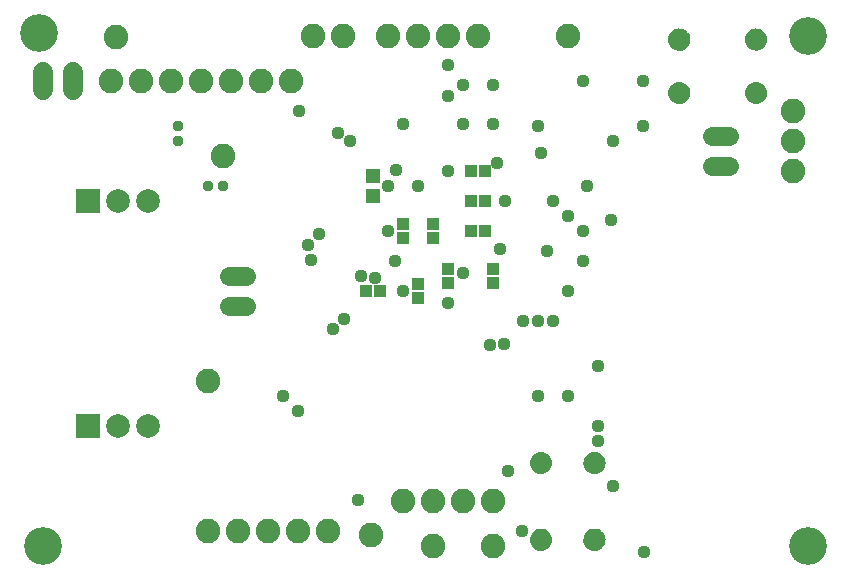
<source format=gbr>
G04 EAGLE Gerber RS-274X export*
G75*
%MOMM*%
%FSLAX34Y34*%
%LPD*%
%INSoldermask Bottom*%
%IPPOS*%
%AMOC8*
5,1,8,0,0,1.08239X$1,22.5*%
G01*
%ADD10C,3.203200*%
%ADD11R,1.103200X1.053200*%
%ADD12R,1.053200X1.103200*%
%ADD13R,1.203200X1.303200*%
%ADD14C,1.625600*%
%ADD15C,1.727200*%
%ADD16C,2.082800*%
%ADD17R,2.003200X2.003200*%
%ADD18C,2.003200*%
%ADD19C,0.959600*%
%ADD20C,1.117600*%

G36*
X769174Y572013D02*
X769174Y572013D01*
X769195Y572011D01*
X770886Y572163D01*
X770932Y572176D01*
X771008Y572186D01*
X772637Y572665D01*
X772665Y572679D01*
X772686Y572683D01*
X772711Y572697D01*
X772752Y572712D01*
X774256Y573499D01*
X774295Y573528D01*
X774360Y573567D01*
X775682Y574633D01*
X775714Y574669D01*
X775771Y574720D01*
X776860Y576023D01*
X776883Y576064D01*
X776930Y576125D01*
X777743Y577616D01*
X777758Y577661D01*
X777792Y577730D01*
X778299Y579350D01*
X778305Y579398D01*
X778324Y579472D01*
X778505Y581155D01*
X778530Y581353D01*
X778527Y581404D01*
X778531Y581495D01*
X778358Y583204D01*
X778345Y583250D01*
X778333Y583326D01*
X777830Y584968D01*
X777808Y585011D01*
X777782Y585083D01*
X776968Y586596D01*
X776938Y586633D01*
X776898Y586699D01*
X775805Y588023D01*
X775768Y588055D01*
X775717Y588111D01*
X774386Y589197D01*
X774343Y589220D01*
X774282Y589266D01*
X772765Y590071D01*
X772719Y590086D01*
X772650Y590118D01*
X771797Y590374D01*
X771004Y590612D01*
X770957Y590618D01*
X770882Y590636D01*
X769295Y590788D01*
X769278Y590795D01*
X769184Y590836D01*
X769174Y590836D01*
X769166Y590840D01*
X768979Y590851D01*
X767300Y590698D01*
X767253Y590685D01*
X767178Y590675D01*
X765561Y590197D01*
X765518Y590176D01*
X765446Y590151D01*
X763954Y589367D01*
X763916Y589337D01*
X763850Y589299D01*
X762539Y588239D01*
X762508Y588203D01*
X762451Y588152D01*
X761372Y586857D01*
X761348Y586815D01*
X761302Y586754D01*
X760496Y585273D01*
X760481Y585228D01*
X760448Y585159D01*
X759947Y583550D01*
X759941Y583502D01*
X759922Y583428D01*
X759747Y581775D01*
X759700Y581519D01*
X759700Y581497D01*
X759693Y581337D01*
X759878Y579620D01*
X759891Y579573D01*
X759903Y579498D01*
X760419Y577849D01*
X760441Y577806D01*
X760467Y577735D01*
X761295Y576218D01*
X761325Y576180D01*
X761365Y576115D01*
X762473Y574789D01*
X762509Y574758D01*
X762561Y574702D01*
X763906Y573618D01*
X763948Y573595D01*
X764010Y573549D01*
X765541Y572748D01*
X765587Y572734D01*
X765656Y572702D01*
X767313Y572214D01*
X767361Y572209D01*
X767436Y572191D01*
X768904Y572059D01*
X768932Y572043D01*
X768971Y572037D01*
X769008Y572022D01*
X769104Y572017D01*
X769154Y572009D01*
X769174Y572013D01*
G37*
G36*
X704150Y571988D02*
X704150Y571988D01*
X704171Y571986D01*
X705862Y572138D01*
X705908Y572151D01*
X705984Y572161D01*
X707613Y572640D01*
X707641Y572654D01*
X707662Y572658D01*
X707687Y572672D01*
X707728Y572687D01*
X709232Y573474D01*
X709271Y573503D01*
X709336Y573542D01*
X710658Y574608D01*
X710690Y574644D01*
X710747Y574695D01*
X711836Y575998D01*
X711859Y576039D01*
X711906Y576100D01*
X712719Y577591D01*
X712734Y577636D01*
X712768Y577705D01*
X713275Y579325D01*
X713281Y579373D01*
X713300Y579447D01*
X713481Y581130D01*
X713506Y581328D01*
X713503Y581379D01*
X713507Y581470D01*
X713334Y583179D01*
X713321Y583225D01*
X713309Y583301D01*
X712806Y584943D01*
X712784Y584986D01*
X712758Y585058D01*
X711944Y586571D01*
X711914Y586608D01*
X711874Y586674D01*
X710781Y587998D01*
X710744Y588030D01*
X710693Y588086D01*
X709362Y589172D01*
X709319Y589195D01*
X709258Y589241D01*
X707741Y590046D01*
X707695Y590061D01*
X707626Y590093D01*
X706773Y590349D01*
X705980Y590587D01*
X705933Y590593D01*
X705858Y590611D01*
X704271Y590763D01*
X704254Y590770D01*
X704160Y590811D01*
X704150Y590811D01*
X704142Y590815D01*
X703955Y590826D01*
X702276Y590673D01*
X702229Y590660D01*
X702154Y590650D01*
X700537Y590172D01*
X700494Y590151D01*
X700422Y590126D01*
X698930Y589342D01*
X698892Y589312D01*
X698826Y589274D01*
X697515Y588214D01*
X697484Y588178D01*
X697427Y588127D01*
X696348Y586832D01*
X696324Y586790D01*
X696278Y586729D01*
X695472Y585248D01*
X695457Y585203D01*
X695424Y585134D01*
X694923Y583525D01*
X694917Y583477D01*
X694898Y583403D01*
X694723Y581750D01*
X694676Y581494D01*
X694676Y581472D01*
X694669Y581312D01*
X694854Y579595D01*
X694867Y579548D01*
X694879Y579473D01*
X695395Y577824D01*
X695417Y577781D01*
X695443Y577710D01*
X696271Y576193D01*
X696301Y576155D01*
X696341Y576090D01*
X697449Y574764D01*
X697485Y574733D01*
X697537Y574677D01*
X698882Y573593D01*
X698924Y573570D01*
X698986Y573524D01*
X700517Y572723D01*
X700563Y572709D01*
X700632Y572677D01*
X702289Y572189D01*
X702337Y572184D01*
X702412Y572166D01*
X703880Y572034D01*
X703908Y572018D01*
X703947Y572012D01*
X703984Y571997D01*
X704080Y571992D01*
X704130Y571984D01*
X704150Y571988D01*
G37*
G36*
X704150Y526750D02*
X704150Y526750D01*
X704171Y526748D01*
X705862Y526900D01*
X705908Y526913D01*
X705984Y526923D01*
X707613Y527402D01*
X707641Y527416D01*
X707662Y527420D01*
X707687Y527434D01*
X707728Y527449D01*
X709232Y528236D01*
X709271Y528265D01*
X709336Y528304D01*
X710658Y529370D01*
X710690Y529406D01*
X710747Y529457D01*
X711836Y530760D01*
X711859Y530801D01*
X711906Y530862D01*
X712719Y532353D01*
X712734Y532398D01*
X712768Y532467D01*
X713275Y534087D01*
X713281Y534135D01*
X713300Y534209D01*
X713481Y535892D01*
X713506Y536090D01*
X713503Y536141D01*
X713507Y536232D01*
X713334Y537941D01*
X713321Y537987D01*
X713309Y538063D01*
X712806Y539705D01*
X712784Y539748D01*
X712758Y539820D01*
X711944Y541333D01*
X711914Y541370D01*
X711874Y541436D01*
X710781Y542760D01*
X710744Y542792D01*
X710693Y542848D01*
X709362Y543934D01*
X709319Y543957D01*
X709258Y544003D01*
X707741Y544808D01*
X707695Y544823D01*
X707626Y544855D01*
X706773Y545111D01*
X705980Y545349D01*
X705933Y545355D01*
X705858Y545373D01*
X704271Y545525D01*
X704254Y545532D01*
X704160Y545573D01*
X704150Y545573D01*
X704142Y545577D01*
X703955Y545588D01*
X702276Y545435D01*
X702229Y545422D01*
X702154Y545412D01*
X700537Y544934D01*
X700494Y544913D01*
X700422Y544888D01*
X698930Y544104D01*
X698892Y544074D01*
X698826Y544036D01*
X697515Y542976D01*
X697484Y542940D01*
X697427Y542889D01*
X696348Y541594D01*
X696324Y541552D01*
X696278Y541491D01*
X695472Y540010D01*
X695457Y539965D01*
X695424Y539896D01*
X694923Y538287D01*
X694917Y538239D01*
X694898Y538165D01*
X694723Y536512D01*
X694676Y536256D01*
X694676Y536234D01*
X694669Y536074D01*
X694854Y534357D01*
X694867Y534310D01*
X694879Y534235D01*
X695395Y532586D01*
X695417Y532543D01*
X695443Y532472D01*
X696271Y530955D01*
X696301Y530917D01*
X696341Y530852D01*
X697449Y529526D01*
X697485Y529495D01*
X697537Y529439D01*
X698882Y528355D01*
X698924Y528332D01*
X698986Y528286D01*
X700517Y527485D01*
X700563Y527471D01*
X700632Y527439D01*
X702289Y526951D01*
X702337Y526946D01*
X702412Y526928D01*
X703880Y526796D01*
X703908Y526780D01*
X703947Y526774D01*
X703984Y526759D01*
X704080Y526754D01*
X704130Y526746D01*
X704150Y526750D01*
G37*
G36*
X769225Y526725D02*
X769225Y526725D01*
X769246Y526723D01*
X770937Y526875D01*
X770983Y526888D01*
X771059Y526898D01*
X772688Y527377D01*
X772716Y527391D01*
X772737Y527395D01*
X772762Y527409D01*
X772803Y527424D01*
X774307Y528211D01*
X774346Y528240D01*
X774411Y528279D01*
X775733Y529345D01*
X775765Y529381D01*
X775822Y529432D01*
X776911Y530735D01*
X776934Y530776D01*
X776981Y530837D01*
X777794Y532328D01*
X777809Y532373D01*
X777843Y532442D01*
X778350Y534062D01*
X778356Y534110D01*
X778375Y534184D01*
X778556Y535867D01*
X778581Y536065D01*
X778578Y536116D01*
X778582Y536207D01*
X778409Y537916D01*
X778396Y537962D01*
X778384Y538038D01*
X777881Y539680D01*
X777859Y539723D01*
X777833Y539795D01*
X777019Y541308D01*
X776989Y541345D01*
X776949Y541411D01*
X775856Y542735D01*
X775819Y542767D01*
X775768Y542823D01*
X774437Y543909D01*
X774394Y543932D01*
X774333Y543978D01*
X772816Y544783D01*
X772770Y544798D01*
X772701Y544830D01*
X771848Y545086D01*
X771055Y545324D01*
X771008Y545330D01*
X770933Y545348D01*
X769346Y545500D01*
X769329Y545507D01*
X769235Y545548D01*
X769225Y545548D01*
X769217Y545552D01*
X769030Y545563D01*
X767351Y545410D01*
X767304Y545397D01*
X767229Y545387D01*
X765612Y544909D01*
X765569Y544888D01*
X765497Y544863D01*
X764005Y544079D01*
X763967Y544049D01*
X763901Y544011D01*
X762590Y542951D01*
X762559Y542915D01*
X762502Y542864D01*
X761423Y541569D01*
X761399Y541527D01*
X761353Y541466D01*
X760547Y539985D01*
X760532Y539940D01*
X760499Y539871D01*
X759998Y538262D01*
X759992Y538214D01*
X759973Y538140D01*
X759798Y536487D01*
X759751Y536231D01*
X759751Y536209D01*
X759744Y536049D01*
X759929Y534332D01*
X759942Y534285D01*
X759954Y534210D01*
X760470Y532561D01*
X760492Y532518D01*
X760518Y532447D01*
X761346Y530930D01*
X761376Y530892D01*
X761416Y530827D01*
X762524Y529501D01*
X762560Y529470D01*
X762612Y529414D01*
X763957Y528330D01*
X763999Y528307D01*
X764061Y528261D01*
X765592Y527460D01*
X765638Y527446D01*
X765707Y527414D01*
X767364Y526926D01*
X767412Y526921D01*
X767487Y526903D01*
X768955Y526771D01*
X768983Y526755D01*
X769022Y526749D01*
X769059Y526734D01*
X769155Y526729D01*
X769205Y526721D01*
X769225Y526725D01*
G37*
G36*
X634069Y213829D02*
X634069Y213829D01*
X634115Y213842D01*
X634190Y213854D01*
X635839Y214370D01*
X635882Y214392D01*
X635953Y214418D01*
X637470Y215246D01*
X637508Y215276D01*
X637573Y215316D01*
X638899Y216424D01*
X638930Y216460D01*
X638986Y216512D01*
X640070Y217857D01*
X640093Y217899D01*
X640139Y217961D01*
X640940Y219492D01*
X640954Y219538D01*
X640986Y219607D01*
X641474Y221264D01*
X641479Y221312D01*
X641497Y221387D01*
X641629Y222855D01*
X641645Y222883D01*
X641651Y222922D01*
X641666Y222959D01*
X641671Y223055D01*
X641679Y223105D01*
X641676Y223125D01*
X641677Y223146D01*
X641525Y224837D01*
X641512Y224883D01*
X641502Y224959D01*
X641023Y226588D01*
X641002Y226631D01*
X640976Y226703D01*
X640189Y228207D01*
X640160Y228246D01*
X640121Y228311D01*
X639055Y229633D01*
X639019Y229665D01*
X638968Y229722D01*
X637665Y230811D01*
X637624Y230834D01*
X637563Y230881D01*
X636072Y231694D01*
X636027Y231709D01*
X635958Y231743D01*
X634338Y232250D01*
X634290Y232256D01*
X634216Y232275D01*
X632533Y232456D01*
X632335Y232481D01*
X632284Y232478D01*
X632193Y232482D01*
X630484Y232309D01*
X630438Y232296D01*
X630362Y232284D01*
X628720Y231781D01*
X628677Y231759D01*
X628605Y231733D01*
X627092Y230919D01*
X627055Y230889D01*
X626989Y230849D01*
X625665Y229756D01*
X625633Y229719D01*
X625577Y229668D01*
X624491Y228337D01*
X624468Y228294D01*
X624422Y228233D01*
X623617Y226716D01*
X623602Y226670D01*
X623570Y226601D01*
X623076Y224955D01*
X623070Y224908D01*
X623052Y224833D01*
X622900Y223246D01*
X622894Y223229D01*
X622852Y223135D01*
X622852Y223125D01*
X622848Y223117D01*
X622837Y222930D01*
X622990Y221251D01*
X623003Y221204D01*
X623013Y221129D01*
X623491Y219512D01*
X623512Y219469D01*
X623537Y219397D01*
X624321Y217905D01*
X624351Y217867D01*
X624389Y217801D01*
X625449Y216490D01*
X625485Y216459D01*
X625536Y216402D01*
X626831Y215323D01*
X626873Y215299D01*
X626934Y215253D01*
X628415Y214447D01*
X628460Y214432D01*
X628529Y214399D01*
X628839Y214303D01*
X630138Y213898D01*
X630186Y213892D01*
X630260Y213873D01*
X631913Y213698D01*
X632169Y213651D01*
X632191Y213651D01*
X632351Y213644D01*
X634069Y213829D01*
G37*
G36*
X588781Y213778D02*
X588781Y213778D01*
X588827Y213791D01*
X588902Y213803D01*
X590551Y214319D01*
X590594Y214341D01*
X590665Y214367D01*
X592182Y215195D01*
X592220Y215225D01*
X592285Y215265D01*
X593611Y216373D01*
X593642Y216409D01*
X593698Y216461D01*
X594782Y217806D01*
X594805Y217848D01*
X594851Y217910D01*
X595652Y219441D01*
X595666Y219487D01*
X595698Y219556D01*
X596186Y221213D01*
X596191Y221261D01*
X596209Y221336D01*
X596341Y222804D01*
X596357Y222832D01*
X596363Y222871D01*
X596378Y222908D01*
X596383Y223004D01*
X596391Y223054D01*
X596388Y223074D01*
X596389Y223095D01*
X596237Y224786D01*
X596224Y224832D01*
X596214Y224908D01*
X595735Y226537D01*
X595714Y226580D01*
X595688Y226652D01*
X594901Y228156D01*
X594872Y228195D01*
X594833Y228260D01*
X593767Y229582D01*
X593731Y229614D01*
X593680Y229671D01*
X592377Y230760D01*
X592336Y230783D01*
X592275Y230830D01*
X590784Y231643D01*
X590739Y231658D01*
X590670Y231692D01*
X589050Y232199D01*
X589002Y232205D01*
X588928Y232224D01*
X587245Y232405D01*
X587047Y232430D01*
X586996Y232427D01*
X586905Y232431D01*
X585196Y232258D01*
X585150Y232245D01*
X585074Y232233D01*
X583432Y231730D01*
X583389Y231708D01*
X583317Y231682D01*
X581804Y230868D01*
X581767Y230838D01*
X581701Y230798D01*
X580377Y229705D01*
X580345Y229668D01*
X580289Y229617D01*
X579203Y228286D01*
X579180Y228243D01*
X579134Y228182D01*
X578329Y226665D01*
X578314Y226619D01*
X578282Y226550D01*
X577788Y224904D01*
X577782Y224857D01*
X577764Y224782D01*
X577612Y223195D01*
X577606Y223178D01*
X577564Y223084D01*
X577564Y223074D01*
X577560Y223066D01*
X577549Y222879D01*
X577702Y221200D01*
X577715Y221153D01*
X577725Y221078D01*
X578203Y219461D01*
X578224Y219418D01*
X578249Y219346D01*
X579033Y217854D01*
X579063Y217816D01*
X579101Y217750D01*
X580161Y216439D01*
X580197Y216408D01*
X580248Y216351D01*
X581543Y215272D01*
X581585Y215248D01*
X581646Y215202D01*
X583127Y214396D01*
X583172Y214381D01*
X583241Y214348D01*
X583551Y214252D01*
X584850Y213847D01*
X584898Y213841D01*
X584972Y213822D01*
X586625Y213647D01*
X586881Y213600D01*
X586903Y213600D01*
X587063Y213593D01*
X588781Y213778D01*
G37*
G36*
X588806Y148754D02*
X588806Y148754D01*
X588852Y148767D01*
X588927Y148779D01*
X590576Y149295D01*
X590619Y149317D01*
X590690Y149343D01*
X592207Y150171D01*
X592245Y150201D01*
X592310Y150241D01*
X593636Y151349D01*
X593667Y151385D01*
X593723Y151437D01*
X594807Y152782D01*
X594830Y152824D01*
X594876Y152886D01*
X595677Y154417D01*
X595691Y154463D01*
X595723Y154532D01*
X596211Y156189D01*
X596216Y156237D01*
X596234Y156312D01*
X596366Y157780D01*
X596382Y157808D01*
X596388Y157847D01*
X596403Y157884D01*
X596408Y157980D01*
X596416Y158030D01*
X596413Y158050D01*
X596414Y158071D01*
X596262Y159762D01*
X596249Y159808D01*
X596239Y159884D01*
X595760Y161513D01*
X595739Y161556D01*
X595713Y161628D01*
X594926Y163132D01*
X594897Y163171D01*
X594858Y163236D01*
X593792Y164558D01*
X593756Y164590D01*
X593705Y164647D01*
X592402Y165736D01*
X592361Y165759D01*
X592300Y165806D01*
X590809Y166619D01*
X590764Y166634D01*
X590695Y166668D01*
X589075Y167175D01*
X589027Y167181D01*
X588953Y167200D01*
X587270Y167381D01*
X587072Y167406D01*
X587021Y167403D01*
X586930Y167407D01*
X585221Y167234D01*
X585175Y167221D01*
X585099Y167209D01*
X583457Y166706D01*
X583414Y166684D01*
X583342Y166658D01*
X581829Y165844D01*
X581792Y165814D01*
X581726Y165774D01*
X580402Y164681D01*
X580370Y164644D01*
X580314Y164593D01*
X579228Y163262D01*
X579205Y163219D01*
X579159Y163158D01*
X578354Y161641D01*
X578339Y161595D01*
X578307Y161526D01*
X577813Y159880D01*
X577807Y159833D01*
X577789Y159758D01*
X577637Y158171D01*
X577631Y158154D01*
X577589Y158060D01*
X577589Y158050D01*
X577585Y158042D01*
X577574Y157855D01*
X577727Y156176D01*
X577740Y156129D01*
X577750Y156054D01*
X578228Y154437D01*
X578249Y154394D01*
X578274Y154322D01*
X579058Y152830D01*
X579088Y152792D01*
X579126Y152726D01*
X580186Y151415D01*
X580222Y151384D01*
X580273Y151327D01*
X581568Y150248D01*
X581610Y150224D01*
X581671Y150178D01*
X583152Y149372D01*
X583197Y149357D01*
X583266Y149324D01*
X583576Y149228D01*
X584875Y148823D01*
X584923Y148817D01*
X584997Y148798D01*
X586650Y148623D01*
X586906Y148576D01*
X586928Y148576D01*
X587088Y148569D01*
X588806Y148754D01*
G37*
G36*
X634044Y148754D02*
X634044Y148754D01*
X634090Y148767D01*
X634165Y148779D01*
X635814Y149295D01*
X635857Y149317D01*
X635928Y149343D01*
X637445Y150171D01*
X637483Y150201D01*
X637548Y150241D01*
X638874Y151349D01*
X638905Y151385D01*
X638961Y151437D01*
X640045Y152782D01*
X640068Y152824D01*
X640114Y152886D01*
X640915Y154417D01*
X640929Y154463D01*
X640961Y154532D01*
X641449Y156189D01*
X641454Y156237D01*
X641472Y156312D01*
X641604Y157780D01*
X641620Y157808D01*
X641626Y157847D01*
X641641Y157884D01*
X641646Y157980D01*
X641654Y158030D01*
X641651Y158050D01*
X641652Y158071D01*
X641500Y159762D01*
X641487Y159808D01*
X641477Y159884D01*
X640998Y161513D01*
X640977Y161556D01*
X640951Y161628D01*
X640164Y163132D01*
X640135Y163171D01*
X640096Y163236D01*
X639030Y164558D01*
X638994Y164590D01*
X638943Y164647D01*
X637640Y165736D01*
X637599Y165759D01*
X637538Y165806D01*
X636047Y166619D01*
X636002Y166634D01*
X635933Y166668D01*
X634313Y167175D01*
X634265Y167181D01*
X634191Y167200D01*
X632508Y167381D01*
X632310Y167406D01*
X632259Y167403D01*
X632168Y167407D01*
X630459Y167234D01*
X630413Y167221D01*
X630337Y167209D01*
X628695Y166706D01*
X628652Y166684D01*
X628580Y166658D01*
X627067Y165844D01*
X627030Y165814D01*
X626964Y165774D01*
X625640Y164681D01*
X625608Y164644D01*
X625552Y164593D01*
X624466Y163262D01*
X624443Y163219D01*
X624397Y163158D01*
X623592Y161641D01*
X623577Y161595D01*
X623545Y161526D01*
X623051Y159880D01*
X623045Y159833D01*
X623027Y159758D01*
X622875Y158171D01*
X622869Y158154D01*
X622827Y158060D01*
X622827Y158050D01*
X622823Y158042D01*
X622812Y157855D01*
X622965Y156176D01*
X622978Y156129D01*
X622988Y156054D01*
X623466Y154437D01*
X623487Y154394D01*
X623512Y154322D01*
X624296Y152830D01*
X624326Y152792D01*
X624364Y152726D01*
X625424Y151415D01*
X625460Y151384D01*
X625511Y151327D01*
X626806Y150248D01*
X626848Y150224D01*
X626909Y150178D01*
X628390Y149372D01*
X628435Y149357D01*
X628504Y149324D01*
X628814Y149228D01*
X630113Y148823D01*
X630161Y148817D01*
X630235Y148798D01*
X631888Y148623D01*
X632144Y148576D01*
X632166Y148576D01*
X632326Y148569D01*
X634044Y148754D01*
G37*
D10*
X812800Y152400D03*
X165100Y152400D03*
X162052Y587248D03*
X812800Y584200D03*
D11*
X482600Y374100D03*
X482600Y362500D03*
X508000Y386800D03*
X508000Y375200D03*
X469900Y413300D03*
X469900Y424900D03*
X495300Y413300D03*
X495300Y424900D03*
X546100Y386800D03*
X546100Y375200D03*
D12*
X527600Y469900D03*
X539200Y469900D03*
X539200Y444500D03*
X527600Y444500D03*
X527600Y419100D03*
X539200Y419100D03*
D13*
X444500Y465700D03*
X444500Y448700D03*
D12*
X450300Y368300D03*
X438700Y368300D03*
D14*
X337312Y355600D02*
X323088Y355600D01*
X323088Y381000D02*
X337312Y381000D01*
X731549Y474258D02*
X745773Y474258D01*
X745773Y499658D02*
X731549Y499658D01*
D15*
X165100Y538480D02*
X165100Y553720D01*
X190500Y553720D02*
X190500Y538480D01*
D16*
X406400Y165100D03*
X381000Y165100D03*
X355600Y165100D03*
X330200Y165100D03*
X304800Y165100D03*
X393700Y584200D03*
X419100Y584200D03*
D17*
X203200Y254000D03*
D18*
X228600Y254000D03*
X254000Y254000D03*
D17*
X203200Y444500D03*
D18*
X228600Y444500D03*
X254000Y444500D03*
D16*
X317500Y482600D03*
X227197Y583669D03*
X609860Y584629D03*
X442766Y161571D03*
X495300Y152400D03*
X304800Y292100D03*
X800100Y520700D03*
X800100Y495300D03*
X800100Y469900D03*
X546100Y152400D03*
X375233Y546676D03*
X349833Y546676D03*
X324433Y546676D03*
X299033Y546676D03*
X273633Y546676D03*
X248233Y546676D03*
X222833Y546676D03*
X457200Y584200D03*
X482600Y584200D03*
X508000Y584200D03*
X533400Y584200D03*
X469900Y190500D03*
X495300Y190500D03*
X520700Y190500D03*
X546100Y190500D03*
D19*
X317500Y457200D03*
X279400Y508000D03*
X304800Y457200D03*
X279400Y495300D03*
D20*
X645922Y428752D03*
X586740Y485140D03*
X463000Y393700D03*
X520700Y383836D03*
X549709Y477266D03*
X457200Y419100D03*
X464566Y471068D03*
X508000Y469900D03*
X446544Y379264D03*
X555593Y323596D03*
X434412Y381000D03*
X596900Y342900D03*
X635000Y241300D03*
X558800Y215900D03*
X469900Y368300D03*
X482600Y457200D03*
X508000Y533400D03*
X622300Y546100D03*
X457200Y457200D03*
X584200Y508000D03*
X543909Y323204D03*
X673100Y546100D03*
X673100Y508000D03*
X596900Y444500D03*
X609600Y368300D03*
X398780Y416560D03*
X415290Y502666D03*
X609600Y431800D03*
X635000Y254000D03*
X626305Y457788D03*
X591746Y402416D03*
X390091Y407232D03*
X368300Y279400D03*
X392135Y394411D03*
X381000Y266700D03*
X647700Y203200D03*
X571500Y342900D03*
X635000Y304800D03*
X609600Y279400D03*
X584200Y279400D03*
X584200Y342900D03*
X381864Y520700D03*
X552450Y404114D03*
X520700Y510212D03*
X520700Y542544D03*
X556188Y444500D03*
X546100Y510212D03*
X546100Y542544D03*
X622300Y393700D03*
X622300Y419100D03*
X508000Y358212D03*
X411214Y336645D03*
X469900Y510212D03*
X508000Y559816D03*
X647700Y495300D03*
X674584Y147574D03*
X571129Y165471D03*
X425196Y495300D03*
X419864Y344519D03*
X431800Y191262D03*
M02*

</source>
